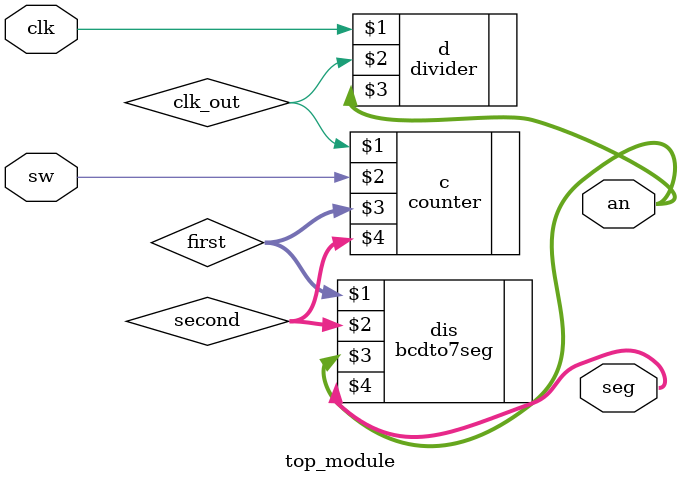
<source format=v>
`timescale 1ns / 1ps


module top_module(
    input clk,
    input sw,
    output [6:0] seg,
    output [3:0] an
    );
    wire clk_out;
    wire [3:0] first;
    wire [3:0] second;

    divider d(clk,clk_out,an);
    counter c(clk_out,sw,first,second);
    bcdto7seg dis(first,second,an,seg);
endmodule
</source>
